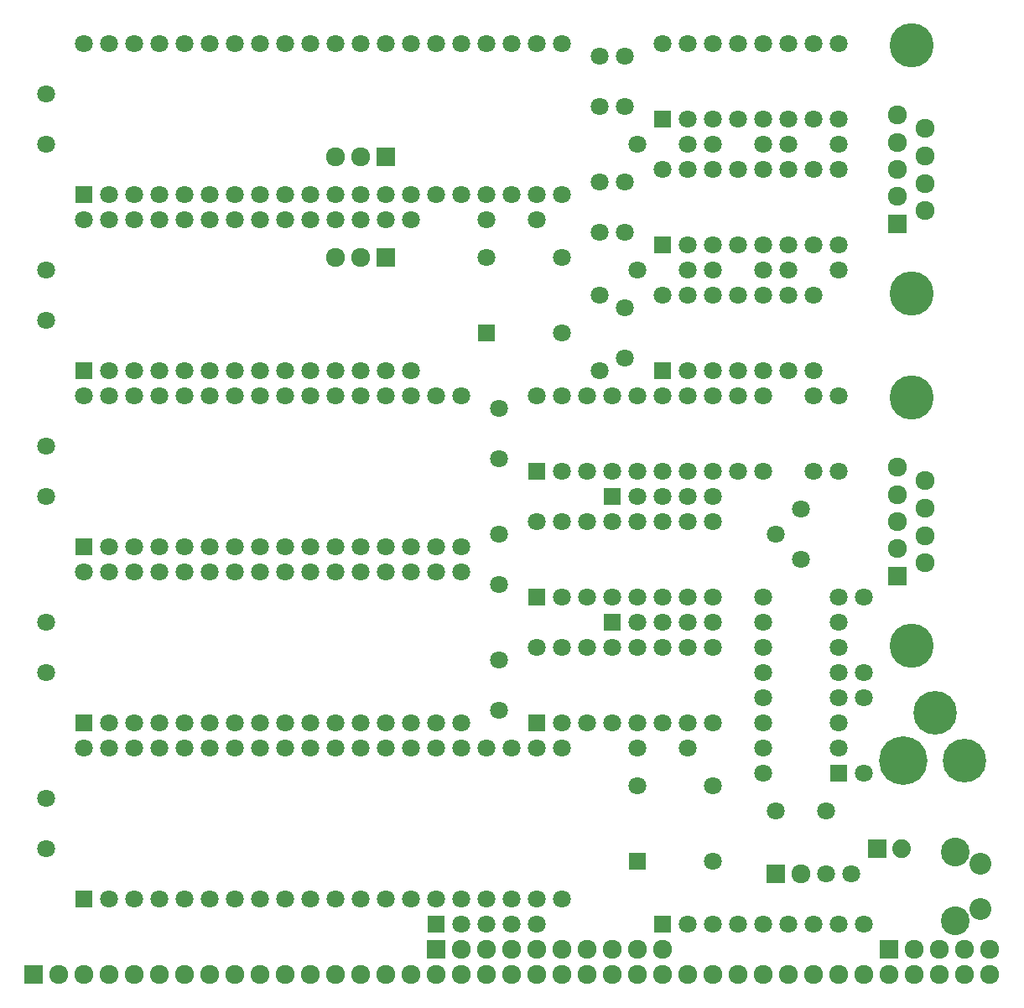
<source format=gbr>
G04 #@! TF.GenerationSoftware,KiCad,Pcbnew,(5.1.0)-1*
G04 #@! TF.CreationDate,2019-06-11T17:46:18-07:00*
G04 #@! TF.ProjectId,Easy_Z80,45617379-5f5a-4383-902e-6b696361645f,rev?*
G04 #@! TF.SameCoordinates,Original*
G04 #@! TF.FileFunction,Soldermask,Bot*
G04 #@! TF.FilePolarity,Negative*
%FSLAX46Y46*%
G04 Gerber Fmt 4.6, Leading zero omitted, Abs format (unit mm)*
G04 Created by KiCad (PCBNEW (5.1.0)-1) date 2019-06-11 17:46:18*
%MOMM*%
%LPD*%
G04 APERTURE LIST*
%ADD10R,1.924000X1.924000*%
%ADD11C,1.924000*%
%ADD12R,1.797000X1.797000*%
%ADD13C,1.797000*%
%ADD14R,1.890980X1.890980*%
%ADD15C,1.890980*%
%ADD16C,4.448760*%
%ADD17C,4.400000*%
%ADD18C,4.900000*%
%ADD19C,2.899360*%
%ADD20C,2.200860*%
G04 APERTURE END LIST*
D10*
X78740000Y-175260000D03*
D11*
X81280000Y-175260000D03*
X83820000Y-175260000D03*
X86360000Y-175260000D03*
X88900000Y-175260000D03*
X91440000Y-175260000D03*
X93980000Y-175260000D03*
X96520000Y-175260000D03*
X99060000Y-175260000D03*
X101600000Y-175260000D03*
X104140000Y-175260000D03*
X106680000Y-175260000D03*
X109220000Y-175260000D03*
X111760000Y-175260000D03*
X114300000Y-175260000D03*
X116840000Y-175260000D03*
X119380000Y-175260000D03*
X121920000Y-175260000D03*
X124460000Y-175260000D03*
X127000000Y-175260000D03*
X129540000Y-175260000D03*
X132080000Y-175260000D03*
X134620000Y-175260000D03*
X137160000Y-175260000D03*
X139700000Y-175260000D03*
X142240000Y-175260000D03*
X144780000Y-175260000D03*
X147320000Y-175260000D03*
X149860000Y-175260000D03*
X152400000Y-175260000D03*
X154940000Y-175260000D03*
X157480000Y-175260000D03*
X160020000Y-175260000D03*
X162560000Y-175260000D03*
X165100000Y-175260000D03*
X167640000Y-175260000D03*
X170180000Y-175260000D03*
X172720000Y-175260000D03*
X175260000Y-175260000D03*
D12*
X83820000Y-96520000D03*
D13*
X86360000Y-96520000D03*
X88900000Y-96520000D03*
X91440000Y-96520000D03*
X93980000Y-96520000D03*
X96520000Y-96520000D03*
X99060000Y-96520000D03*
X101600000Y-96520000D03*
X104140000Y-96520000D03*
X106680000Y-96520000D03*
X109220000Y-96520000D03*
X111760000Y-96520000D03*
X114300000Y-96520000D03*
X116840000Y-96520000D03*
X119380000Y-96520000D03*
X121920000Y-96520000D03*
X124460000Y-96520000D03*
X127000000Y-96520000D03*
X129540000Y-96520000D03*
X132080000Y-96520000D03*
X132080000Y-81280000D03*
X129540000Y-81280000D03*
X127000000Y-81280000D03*
X124460000Y-81280000D03*
X121920000Y-81280000D03*
X119380000Y-81280000D03*
X116840000Y-81280000D03*
X114300000Y-81280000D03*
X111760000Y-81280000D03*
X109220000Y-81280000D03*
X106680000Y-81280000D03*
X104140000Y-81280000D03*
X101600000Y-81280000D03*
X99060000Y-81280000D03*
X96520000Y-81280000D03*
X93980000Y-81280000D03*
X91440000Y-81280000D03*
X88900000Y-81280000D03*
X86360000Y-81280000D03*
X83820000Y-81280000D03*
D12*
X83820000Y-167640000D03*
D13*
X86360000Y-167640000D03*
X88900000Y-167640000D03*
X91440000Y-167640000D03*
X93980000Y-167640000D03*
X96520000Y-167640000D03*
X99060000Y-167640000D03*
X101600000Y-167640000D03*
X104140000Y-167640000D03*
X106680000Y-167640000D03*
X109220000Y-167640000D03*
X111760000Y-167640000D03*
X114300000Y-167640000D03*
X116840000Y-167640000D03*
X119380000Y-167640000D03*
X121920000Y-167640000D03*
X124460000Y-167640000D03*
X127000000Y-167640000D03*
X129540000Y-167640000D03*
X132080000Y-167640000D03*
X132080000Y-152400000D03*
X129540000Y-152400000D03*
X127000000Y-152400000D03*
X124460000Y-152400000D03*
X121920000Y-152400000D03*
X119380000Y-152400000D03*
X116840000Y-152400000D03*
X114300000Y-152400000D03*
X111760000Y-152400000D03*
X109220000Y-152400000D03*
X106680000Y-152400000D03*
X104140000Y-152400000D03*
X101600000Y-152400000D03*
X99060000Y-152400000D03*
X96520000Y-152400000D03*
X93980000Y-152400000D03*
X91440000Y-152400000D03*
X88900000Y-152400000D03*
X86360000Y-152400000D03*
X83820000Y-152400000D03*
X80010000Y-162560000D03*
X80010000Y-157480000D03*
X80010000Y-104140000D03*
X80010000Y-109220000D03*
X80010000Y-91440000D03*
X80010000Y-86360000D03*
X80010000Y-139700000D03*
X80010000Y-144780000D03*
X80010000Y-121920000D03*
X80010000Y-127000000D03*
X158750000Y-158750000D03*
X153670000Y-158750000D03*
X135890000Y-95250000D03*
X135890000Y-100330000D03*
X135890000Y-82550000D03*
X135890000Y-87630000D03*
X125730000Y-118110000D03*
X125730000Y-123190000D03*
X125730000Y-143510000D03*
X125730000Y-148590000D03*
X125730000Y-130810000D03*
X125730000Y-135890000D03*
X138430000Y-107950000D03*
X138430000Y-113030000D03*
X139700000Y-152400000D03*
X144780000Y-152400000D03*
X124460000Y-99060000D03*
X129540000Y-99060000D03*
X144780000Y-104140000D03*
X139700000Y-104140000D03*
X138430000Y-100330000D03*
X138430000Y-95250000D03*
X152400000Y-104140000D03*
X147320000Y-104140000D03*
X154940000Y-104140000D03*
X160020000Y-104140000D03*
X144780000Y-91440000D03*
X139700000Y-91440000D03*
X138430000Y-87630000D03*
X138430000Y-82550000D03*
X152400000Y-91440000D03*
X147320000Y-91440000D03*
X154940000Y-91440000D03*
X160020000Y-91440000D03*
D14*
X163850000Y-162560000D03*
D15*
X166350000Y-162560000D03*
D16*
X167322500Y-142034260D03*
X167322500Y-117045740D03*
D10*
X165900100Y-135026400D03*
D11*
X165900100Y-132283200D03*
X165900100Y-129540000D03*
X165900100Y-126796800D03*
X165900100Y-124053600D03*
X168744900Y-125425200D03*
X168744900Y-128168400D03*
X168744900Y-130937000D03*
X168744900Y-133654800D03*
D16*
X167322500Y-106474260D03*
X167322500Y-81485740D03*
D10*
X165900100Y-99466400D03*
D11*
X165900100Y-96723200D03*
X165900100Y-93980000D03*
X165900100Y-91236800D03*
X165900100Y-88493600D03*
X168744900Y-89865200D03*
X168744900Y-92608400D03*
X168744900Y-95377000D03*
X168744900Y-98094800D03*
D17*
X172720000Y-153670000D03*
D18*
X166519860Y-153670000D03*
D17*
X169720260Y-148869400D03*
D12*
X139700000Y-163830000D03*
D13*
X147320000Y-163830000D03*
X147320000Y-156210000D03*
X139700000Y-156210000D03*
D12*
X124460000Y-110490000D03*
D13*
X132080000Y-110490000D03*
X132080000Y-102870000D03*
X124460000Y-102870000D03*
X156210000Y-133350000D03*
X153670000Y-130810000D03*
X156210000Y-128270000D03*
D19*
X171767500Y-169872660D03*
X171767500Y-162872420D03*
D20*
X174266860Y-168622980D03*
X174266860Y-164122100D03*
D12*
X83820000Y-114300000D03*
D13*
X86360000Y-114300000D03*
X88900000Y-114300000D03*
X91440000Y-114300000D03*
X93980000Y-114300000D03*
X96520000Y-114300000D03*
X99060000Y-114300000D03*
X101600000Y-114300000D03*
X104140000Y-114300000D03*
X106680000Y-114300000D03*
X109220000Y-114300000D03*
X111760000Y-114300000D03*
X114300000Y-114300000D03*
X116840000Y-114300000D03*
X116840000Y-99060000D03*
X114300000Y-99060000D03*
X111760000Y-99060000D03*
X109220000Y-99060000D03*
X106680000Y-99060000D03*
X104140000Y-99060000D03*
X101600000Y-99060000D03*
X99060000Y-99060000D03*
X96520000Y-99060000D03*
X93980000Y-99060000D03*
X91440000Y-99060000D03*
X88900000Y-99060000D03*
X86360000Y-99060000D03*
X83820000Y-99060000D03*
D12*
X83820000Y-149860000D03*
D13*
X86360000Y-149860000D03*
X88900000Y-149860000D03*
X91440000Y-149860000D03*
X93980000Y-149860000D03*
X96520000Y-149860000D03*
X99060000Y-149860000D03*
X101600000Y-149860000D03*
X104140000Y-149860000D03*
X106680000Y-149860000D03*
X109220000Y-149860000D03*
X111760000Y-149860000D03*
X114300000Y-149860000D03*
X116840000Y-149860000D03*
X119380000Y-149860000D03*
X121920000Y-149860000D03*
X121920000Y-134620000D03*
X119380000Y-134620000D03*
X116840000Y-134620000D03*
X114300000Y-134620000D03*
X111760000Y-134620000D03*
X109220000Y-134620000D03*
X106680000Y-134620000D03*
X104140000Y-134620000D03*
X101600000Y-134620000D03*
X99060000Y-134620000D03*
X96520000Y-134620000D03*
X93980000Y-134620000D03*
X91440000Y-134620000D03*
X88900000Y-134620000D03*
X86360000Y-134620000D03*
X83820000Y-134620000D03*
D12*
X83820000Y-132080000D03*
D13*
X86360000Y-132080000D03*
X88900000Y-132080000D03*
X91440000Y-132080000D03*
X93980000Y-132080000D03*
X96520000Y-132080000D03*
X99060000Y-132080000D03*
X101600000Y-132080000D03*
X104140000Y-132080000D03*
X106680000Y-132080000D03*
X109220000Y-132080000D03*
X111760000Y-132080000D03*
X114300000Y-132080000D03*
X116840000Y-132080000D03*
X119380000Y-132080000D03*
X121920000Y-132080000D03*
X121920000Y-116840000D03*
X119380000Y-116840000D03*
X116840000Y-116840000D03*
X114300000Y-116840000D03*
X111760000Y-116840000D03*
X109220000Y-116840000D03*
X106680000Y-116840000D03*
X104140000Y-116840000D03*
X101600000Y-116840000D03*
X99060000Y-116840000D03*
X96520000Y-116840000D03*
X93980000Y-116840000D03*
X91440000Y-116840000D03*
X88900000Y-116840000D03*
X86360000Y-116840000D03*
X83820000Y-116840000D03*
D12*
X160020000Y-154940000D03*
D13*
X160020000Y-152400000D03*
X160020000Y-149860000D03*
X160020000Y-147320000D03*
X160020000Y-144780000D03*
X160020000Y-142240000D03*
X160020000Y-139700000D03*
X160020000Y-137160000D03*
X152400000Y-137160000D03*
X152400000Y-139700000D03*
X152400000Y-142240000D03*
X152400000Y-144780000D03*
X152400000Y-147320000D03*
X152400000Y-149860000D03*
X152400000Y-152400000D03*
X152400000Y-154940000D03*
D12*
X142240000Y-101600000D03*
D13*
X144780000Y-101600000D03*
X147320000Y-101600000D03*
X149860000Y-101600000D03*
X152400000Y-101600000D03*
X154940000Y-101600000D03*
X157480000Y-101600000D03*
X160020000Y-101600000D03*
X160020000Y-93980000D03*
X157480000Y-93980000D03*
X154940000Y-93980000D03*
X152400000Y-93980000D03*
X149860000Y-93980000D03*
X147320000Y-93980000D03*
X144780000Y-93980000D03*
X142240000Y-93980000D03*
D12*
X142240000Y-88900000D03*
D13*
X144780000Y-88900000D03*
X147320000Y-88900000D03*
X149860000Y-88900000D03*
X152400000Y-88900000D03*
X154940000Y-88900000D03*
X157480000Y-88900000D03*
X160020000Y-88900000D03*
X160020000Y-81280000D03*
X157480000Y-81280000D03*
X154940000Y-81280000D03*
X152400000Y-81280000D03*
X149860000Y-81280000D03*
X147320000Y-81280000D03*
X144780000Y-81280000D03*
X142240000Y-81280000D03*
D12*
X129540000Y-124460000D03*
D13*
X132080000Y-124460000D03*
X134620000Y-124460000D03*
X137160000Y-124460000D03*
X139700000Y-124460000D03*
X142240000Y-124460000D03*
X144780000Y-124460000D03*
X147320000Y-124460000D03*
X149860000Y-124460000D03*
X152400000Y-124460000D03*
X152400000Y-116840000D03*
X149860000Y-116840000D03*
X147320000Y-116840000D03*
X144780000Y-116840000D03*
X142240000Y-116840000D03*
X139700000Y-116840000D03*
X137160000Y-116840000D03*
X134620000Y-116840000D03*
X132080000Y-116840000D03*
X129540000Y-116840000D03*
D12*
X129540000Y-149860000D03*
D13*
X132080000Y-149860000D03*
X134620000Y-149860000D03*
X137160000Y-149860000D03*
X139700000Y-149860000D03*
X142240000Y-149860000D03*
X144780000Y-149860000D03*
X147320000Y-149860000D03*
X147320000Y-142240000D03*
X144780000Y-142240000D03*
X142240000Y-142240000D03*
X139700000Y-142240000D03*
X137160000Y-142240000D03*
X134620000Y-142240000D03*
X132080000Y-142240000D03*
X129540000Y-142240000D03*
D12*
X129540000Y-137160000D03*
D13*
X132080000Y-137160000D03*
X134620000Y-137160000D03*
X137160000Y-137160000D03*
X139700000Y-137160000D03*
X142240000Y-137160000D03*
X144780000Y-137160000D03*
X147320000Y-137160000D03*
X147320000Y-129540000D03*
X144780000Y-129540000D03*
X142240000Y-129540000D03*
X139700000Y-129540000D03*
X137160000Y-129540000D03*
X134620000Y-129540000D03*
X132080000Y-129540000D03*
X129540000Y-129540000D03*
D12*
X142240000Y-114300000D03*
D13*
X144780000Y-114300000D03*
X147320000Y-114300000D03*
X149860000Y-114300000D03*
X152400000Y-114300000D03*
X154940000Y-114300000D03*
X157480000Y-114300000D03*
X157480000Y-106680000D03*
X154940000Y-106680000D03*
X152400000Y-106680000D03*
X149860000Y-106680000D03*
X147320000Y-106680000D03*
X144780000Y-106680000D03*
X142240000Y-106680000D03*
D10*
X153670000Y-165100000D03*
D11*
X156210000Y-165100000D03*
D13*
X157480000Y-124460000D03*
X157480000Y-116840000D03*
X160020000Y-124460000D03*
X160020000Y-116840000D03*
D12*
X137160000Y-139700000D03*
D13*
X139700000Y-139700000D03*
X142240000Y-139700000D03*
X144780000Y-139700000D03*
X147320000Y-139700000D03*
D12*
X137160000Y-127000000D03*
D13*
X139700000Y-127000000D03*
X142240000Y-127000000D03*
X144780000Y-127000000D03*
X147320000Y-127000000D03*
X161290000Y-165100000D03*
X158750000Y-165100000D03*
X162560000Y-147320000D03*
X162560000Y-154940000D03*
D12*
X119380000Y-170180000D03*
D13*
X121920000Y-170180000D03*
X124460000Y-170180000D03*
X127000000Y-170180000D03*
X129540000Y-170180000D03*
X162560000Y-144780000D03*
X162560000Y-137160000D03*
X135890000Y-114300000D03*
X135890000Y-106680000D03*
D10*
X119380000Y-172720000D03*
D11*
X121920000Y-172720000D03*
X124460000Y-172720000D03*
X127000000Y-172720000D03*
X129540000Y-172720000D03*
X132080000Y-172720000D03*
X134620000Y-172720000D03*
X137160000Y-172720000D03*
X139700000Y-172720000D03*
X142240000Y-172720000D03*
D10*
X165100000Y-172720000D03*
D11*
X167640000Y-172720000D03*
X170180000Y-172720000D03*
X172720000Y-172720000D03*
X175260000Y-172720000D03*
D10*
X114300000Y-102870000D03*
D11*
X111760000Y-102870000D03*
X109220000Y-102870000D03*
D10*
X114300000Y-92710000D03*
D11*
X111760000Y-92710000D03*
X109220000Y-92710000D03*
D12*
X142240000Y-170180000D03*
D13*
X144780000Y-170180000D03*
X147320000Y-170180000D03*
X149860000Y-170180000D03*
X152400000Y-170180000D03*
X154940000Y-170180000D03*
X157480000Y-170180000D03*
X160020000Y-170180000D03*
X162560000Y-170180000D03*
M02*

</source>
